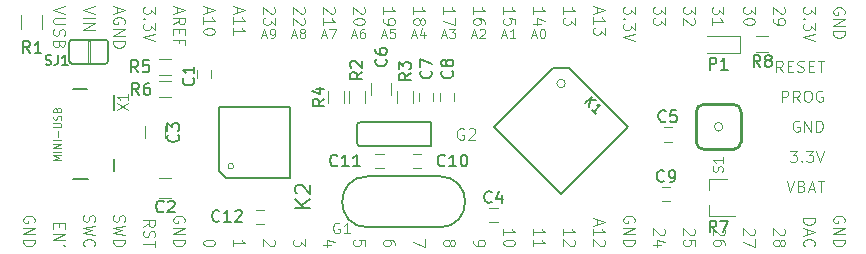
<source format=gbr>
G04 #@! TF.FileFunction,Legend,Top*
%FSLAX46Y46*%
G04 Gerber Fmt 4.6, Leading zero omitted, Abs format (unit mm)*
G04 Created by KiCad (PCBNEW 4.0.1-stable) date 2017-03-15 4:54:50 PM*
%MOMM*%
G01*
G04 APERTURE LIST*
%ADD10C,0.100000*%
%ADD11C,0.121920*%
%ADD12C,0.081280*%
%ADD13C,0.203200*%
%ADD14C,0.152400*%
%ADD15C,0.198120*%
%ADD16C,0.114300*%
%ADD17C,0.076200*%
%ADD18C,0.228600*%
%ADD19C,0.066040*%
%ADD20C,0.120000*%
%ADD21C,0.101600*%
%ADD22C,0.127000*%
%ADD23C,0.150000*%
%ADD24C,0.050800*%
G04 APERTURE END LIST*
D10*
D11*
X117279662Y-94808524D02*
X116314462Y-95130257D01*
X117279662Y-95451990D01*
X117279662Y-95773724D02*
X116498310Y-95773724D01*
X116406386Y-95819685D01*
X116360424Y-95865647D01*
X116314462Y-95957571D01*
X116314462Y-96141419D01*
X116360424Y-96233343D01*
X116406386Y-96279304D01*
X116498310Y-96325266D01*
X117279662Y-96325266D01*
X116360424Y-96738924D02*
X116314462Y-96876809D01*
X116314462Y-97106619D01*
X116360424Y-97198543D01*
X116406386Y-97244505D01*
X116498310Y-97290466D01*
X116590233Y-97290466D01*
X116682157Y-97244505D01*
X116728119Y-97198543D01*
X116774081Y-97106619D01*
X116820043Y-96922771D01*
X116866005Y-96830847D01*
X116911967Y-96784886D01*
X117003890Y-96738924D01*
X117095814Y-96738924D01*
X117187738Y-96784886D01*
X117233700Y-96830847D01*
X117279662Y-96922771D01*
X117279662Y-97152581D01*
X117233700Y-97290466D01*
X116820043Y-98025857D02*
X116774081Y-98163743D01*
X116728119Y-98209704D01*
X116636195Y-98255666D01*
X116498310Y-98255666D01*
X116406386Y-98209704D01*
X116360424Y-98163743D01*
X116314462Y-98071819D01*
X116314462Y-97704124D01*
X117279662Y-97704124D01*
X117279662Y-98025857D01*
X117233700Y-98117781D01*
X117187738Y-98163743D01*
X117095814Y-98209704D01*
X117003890Y-98209704D01*
X116911967Y-98163743D01*
X116866005Y-98117781D01*
X116820043Y-98025857D01*
X116820043Y-97704124D01*
X119819662Y-94808524D02*
X118854462Y-95130257D01*
X119819662Y-95451990D01*
X118854462Y-95773724D02*
X119819662Y-95773724D01*
X118854462Y-96233343D02*
X119819662Y-96233343D01*
X118854462Y-96784885D01*
X119819662Y-96784885D01*
X121670233Y-94900448D02*
X121670233Y-95360067D01*
X121394462Y-94808524D02*
X122359662Y-95130257D01*
X121394462Y-95451990D01*
X122313700Y-96279304D02*
X122359662Y-96187381D01*
X122359662Y-96049495D01*
X122313700Y-95911609D01*
X122221776Y-95819685D01*
X122129852Y-95773724D01*
X121946005Y-95727762D01*
X121808119Y-95727762D01*
X121624271Y-95773724D01*
X121532348Y-95819685D01*
X121440424Y-95911609D01*
X121394462Y-96049495D01*
X121394462Y-96141419D01*
X121440424Y-96279304D01*
X121486386Y-96325266D01*
X121808119Y-96325266D01*
X121808119Y-96141419D01*
X121394462Y-96738924D02*
X122359662Y-96738924D01*
X121394462Y-97290466D01*
X122359662Y-97290466D01*
X121394462Y-97750086D02*
X122359662Y-97750086D01*
X122359662Y-97979895D01*
X122313700Y-98117781D01*
X122221776Y-98209705D01*
X122129852Y-98255666D01*
X121946005Y-98301628D01*
X121808119Y-98301628D01*
X121624271Y-98255666D01*
X121532348Y-98209705D01*
X121440424Y-98117781D01*
X121394462Y-97979895D01*
X121394462Y-97750086D01*
X124899662Y-94854486D02*
X124899662Y-95451990D01*
X124531967Y-95130257D01*
X124531967Y-95268143D01*
X124486005Y-95360067D01*
X124440043Y-95406029D01*
X124348119Y-95451990D01*
X124118310Y-95451990D01*
X124026386Y-95406029D01*
X123980424Y-95360067D01*
X123934462Y-95268143D01*
X123934462Y-94992371D01*
X123980424Y-94900448D01*
X124026386Y-94854486D01*
X124026386Y-95865648D02*
X123980424Y-95911609D01*
X123934462Y-95865648D01*
X123980424Y-95819686D01*
X124026386Y-95865648D01*
X123934462Y-95865648D01*
X124899662Y-96233343D02*
X124899662Y-96830847D01*
X124531967Y-96509114D01*
X124531967Y-96647000D01*
X124486005Y-96738924D01*
X124440043Y-96784886D01*
X124348119Y-96830847D01*
X124118310Y-96830847D01*
X124026386Y-96784886D01*
X123980424Y-96738924D01*
X123934462Y-96647000D01*
X123934462Y-96371228D01*
X123980424Y-96279305D01*
X124026386Y-96233343D01*
X124899662Y-97106619D02*
X123934462Y-97428352D01*
X124899662Y-97750085D01*
X126750233Y-94900448D02*
X126750233Y-95360067D01*
X126474462Y-94808524D02*
X127439662Y-95130257D01*
X126474462Y-95451990D01*
X126474462Y-96325266D02*
X126934081Y-96003533D01*
X126474462Y-95773724D02*
X127439662Y-95773724D01*
X127439662Y-96141419D01*
X127393700Y-96233343D01*
X127347738Y-96279304D01*
X127255814Y-96325266D01*
X127117929Y-96325266D01*
X127026005Y-96279304D01*
X126980043Y-96233343D01*
X126934081Y-96141419D01*
X126934081Y-95773724D01*
X126980043Y-96738924D02*
X126980043Y-97060657D01*
X126474462Y-97198543D02*
X126474462Y-96738924D01*
X127439662Y-96738924D01*
X127439662Y-97198543D01*
X126980043Y-97933933D02*
X126980043Y-97612200D01*
X126474462Y-97612200D02*
X127439662Y-97612200D01*
X127439662Y-98071819D01*
X129290233Y-94900448D02*
X129290233Y-95360067D01*
X129014462Y-94808524D02*
X129979662Y-95130257D01*
X129014462Y-95451990D01*
X129014462Y-96279304D02*
X129014462Y-95727762D01*
X129014462Y-96003533D02*
X129979662Y-96003533D01*
X129841776Y-95911609D01*
X129749852Y-95819685D01*
X129703890Y-95727762D01*
X129979662Y-96876809D02*
X129979662Y-96968733D01*
X129933700Y-97060657D01*
X129887738Y-97106619D01*
X129795814Y-97152581D01*
X129611967Y-97198542D01*
X129382157Y-97198542D01*
X129198310Y-97152581D01*
X129106386Y-97106619D01*
X129060424Y-97060657D01*
X129014462Y-96968733D01*
X129014462Y-96876809D01*
X129060424Y-96784885D01*
X129106386Y-96738923D01*
X129198310Y-96692962D01*
X129382157Y-96647000D01*
X129611967Y-96647000D01*
X129795814Y-96692962D01*
X129887738Y-96738923D01*
X129933700Y-96784885D01*
X129979662Y-96876809D01*
X131830233Y-94900448D02*
X131830233Y-95360067D01*
X131554462Y-94808524D02*
X132519662Y-95130257D01*
X131554462Y-95451990D01*
X131554462Y-96279304D02*
X131554462Y-95727762D01*
X131554462Y-96003533D02*
X132519662Y-96003533D01*
X132381776Y-95911609D01*
X132289852Y-95819685D01*
X132243890Y-95727762D01*
X131554462Y-97198542D02*
X131554462Y-96647000D01*
X131554462Y-96922771D02*
X132519662Y-96922771D01*
X132381776Y-96830847D01*
X132289852Y-96738923D01*
X132243890Y-96647000D01*
X134967738Y-94900448D02*
X135013700Y-94946410D01*
X135059662Y-95038333D01*
X135059662Y-95268143D01*
X135013700Y-95360067D01*
X134967738Y-95406029D01*
X134875814Y-95451990D01*
X134783890Y-95451990D01*
X134646005Y-95406029D01*
X134094462Y-94854486D01*
X134094462Y-95451990D01*
X135059662Y-95773724D02*
X135059662Y-96371228D01*
X134691967Y-96049495D01*
X134691967Y-96187381D01*
X134646005Y-96279305D01*
X134600043Y-96325267D01*
X134508119Y-96371228D01*
X134278310Y-96371228D01*
X134186386Y-96325267D01*
X134140424Y-96279305D01*
X134094462Y-96187381D01*
X134094462Y-95911609D01*
X134140424Y-95819686D01*
X134186386Y-95773724D01*
X137507738Y-94900448D02*
X137553700Y-94946410D01*
X137599662Y-95038333D01*
X137599662Y-95268143D01*
X137553700Y-95360067D01*
X137507738Y-95406029D01*
X137415814Y-95451990D01*
X137323890Y-95451990D01*
X137186005Y-95406029D01*
X136634462Y-94854486D01*
X136634462Y-95451990D01*
X137507738Y-95819686D02*
X137553700Y-95865648D01*
X137599662Y-95957571D01*
X137599662Y-96187381D01*
X137553700Y-96279305D01*
X137507738Y-96325267D01*
X137415814Y-96371228D01*
X137323890Y-96371228D01*
X137186005Y-96325267D01*
X136634462Y-95773724D01*
X136634462Y-96371228D01*
X140047738Y-94900448D02*
X140093700Y-94946410D01*
X140139662Y-95038333D01*
X140139662Y-95268143D01*
X140093700Y-95360067D01*
X140047738Y-95406029D01*
X139955814Y-95451990D01*
X139863890Y-95451990D01*
X139726005Y-95406029D01*
X139174462Y-94854486D01*
X139174462Y-95451990D01*
X139174462Y-96371228D02*
X139174462Y-95819686D01*
X139174462Y-96095457D02*
X140139662Y-96095457D01*
X140001776Y-96003533D01*
X139909852Y-95911609D01*
X139863890Y-95819686D01*
X142587738Y-94900448D02*
X142633700Y-94946410D01*
X142679662Y-95038333D01*
X142679662Y-95268143D01*
X142633700Y-95360067D01*
X142587738Y-95406029D01*
X142495814Y-95451990D01*
X142403890Y-95451990D01*
X142266005Y-95406029D01*
X141714462Y-94854486D01*
X141714462Y-95451990D01*
X142679662Y-96049495D02*
X142679662Y-96141419D01*
X142633700Y-96233343D01*
X142587738Y-96279305D01*
X142495814Y-96325267D01*
X142311967Y-96371228D01*
X142082157Y-96371228D01*
X141898310Y-96325267D01*
X141806386Y-96279305D01*
X141760424Y-96233343D01*
X141714462Y-96141419D01*
X141714462Y-96049495D01*
X141760424Y-95957571D01*
X141806386Y-95911609D01*
X141898310Y-95865648D01*
X142082157Y-95819686D01*
X142311967Y-95819686D01*
X142495814Y-95865648D01*
X142587738Y-95911609D01*
X142633700Y-95957571D01*
X142679662Y-96049495D01*
X144254462Y-95451990D02*
X144254462Y-94900448D01*
X144254462Y-95176219D02*
X145219662Y-95176219D01*
X145081776Y-95084295D01*
X144989852Y-94992371D01*
X144943890Y-94900448D01*
X144254462Y-95911609D02*
X144254462Y-96095457D01*
X144300424Y-96187381D01*
X144346386Y-96233343D01*
X144484271Y-96325267D01*
X144668119Y-96371228D01*
X145035814Y-96371228D01*
X145127738Y-96325267D01*
X145173700Y-96279305D01*
X145219662Y-96187381D01*
X145219662Y-96003533D01*
X145173700Y-95911609D01*
X145127738Y-95865648D01*
X145035814Y-95819686D01*
X144806005Y-95819686D01*
X144714081Y-95865648D01*
X144668119Y-95911609D01*
X144622157Y-96003533D01*
X144622157Y-96187381D01*
X144668119Y-96279305D01*
X144714081Y-96325267D01*
X144806005Y-96371228D01*
X146794462Y-95451990D02*
X146794462Y-94900448D01*
X146794462Y-95176219D02*
X147759662Y-95176219D01*
X147621776Y-95084295D01*
X147529852Y-94992371D01*
X147483890Y-94900448D01*
X147346005Y-96003533D02*
X147391967Y-95911609D01*
X147437929Y-95865648D01*
X147529852Y-95819686D01*
X147575814Y-95819686D01*
X147667738Y-95865648D01*
X147713700Y-95911609D01*
X147759662Y-96003533D01*
X147759662Y-96187381D01*
X147713700Y-96279305D01*
X147667738Y-96325267D01*
X147575814Y-96371228D01*
X147529852Y-96371228D01*
X147437929Y-96325267D01*
X147391967Y-96279305D01*
X147346005Y-96187381D01*
X147346005Y-96003533D01*
X147300043Y-95911609D01*
X147254081Y-95865648D01*
X147162157Y-95819686D01*
X146978310Y-95819686D01*
X146886386Y-95865648D01*
X146840424Y-95911609D01*
X146794462Y-96003533D01*
X146794462Y-96187381D01*
X146840424Y-96279305D01*
X146886386Y-96325267D01*
X146978310Y-96371228D01*
X147162157Y-96371228D01*
X147254081Y-96325267D01*
X147300043Y-96279305D01*
X147346005Y-96187381D01*
X149334462Y-95451990D02*
X149334462Y-94900448D01*
X149334462Y-95176219D02*
X150299662Y-95176219D01*
X150161776Y-95084295D01*
X150069852Y-94992371D01*
X150023890Y-94900448D01*
X150299662Y-95773724D02*
X150299662Y-96417190D01*
X149334462Y-96003533D01*
X151874462Y-95451990D02*
X151874462Y-94900448D01*
X151874462Y-95176219D02*
X152839662Y-95176219D01*
X152701776Y-95084295D01*
X152609852Y-94992371D01*
X152563890Y-94900448D01*
X152839662Y-96279305D02*
X152839662Y-96095457D01*
X152793700Y-96003533D01*
X152747738Y-95957571D01*
X152609852Y-95865648D01*
X152426005Y-95819686D01*
X152058310Y-95819686D01*
X151966386Y-95865648D01*
X151920424Y-95911609D01*
X151874462Y-96003533D01*
X151874462Y-96187381D01*
X151920424Y-96279305D01*
X151966386Y-96325267D01*
X152058310Y-96371228D01*
X152288119Y-96371228D01*
X152380043Y-96325267D01*
X152426005Y-96279305D01*
X152471967Y-96187381D01*
X152471967Y-96003533D01*
X152426005Y-95911609D01*
X152380043Y-95865648D01*
X152288119Y-95819686D01*
X154414462Y-95451990D02*
X154414462Y-94900448D01*
X154414462Y-95176219D02*
X155379662Y-95176219D01*
X155241776Y-95084295D01*
X155149852Y-94992371D01*
X155103890Y-94900448D01*
X155379662Y-96325267D02*
X155379662Y-95865648D01*
X154920043Y-95819686D01*
X154966005Y-95865648D01*
X155011967Y-95957571D01*
X155011967Y-96187381D01*
X154966005Y-96279305D01*
X154920043Y-96325267D01*
X154828119Y-96371228D01*
X154598310Y-96371228D01*
X154506386Y-96325267D01*
X154460424Y-96279305D01*
X154414462Y-96187381D01*
X154414462Y-95957571D01*
X154460424Y-95865648D01*
X154506386Y-95819686D01*
X156954462Y-95451990D02*
X156954462Y-94900448D01*
X156954462Y-95176219D02*
X157919662Y-95176219D01*
X157781776Y-95084295D01*
X157689852Y-94992371D01*
X157643890Y-94900448D01*
X157597929Y-96279305D02*
X156954462Y-96279305D01*
X157965624Y-96049495D02*
X157276195Y-95819686D01*
X157276195Y-96417190D01*
X159494462Y-95451990D02*
X159494462Y-94900448D01*
X159494462Y-95176219D02*
X160459662Y-95176219D01*
X160321776Y-95084295D01*
X160229852Y-94992371D01*
X160183890Y-94900448D01*
X160459662Y-95773724D02*
X160459662Y-96371228D01*
X160091967Y-96049495D01*
X160091967Y-96187381D01*
X160046005Y-96279305D01*
X160000043Y-96325267D01*
X159908119Y-96371228D01*
X159678310Y-96371228D01*
X159586386Y-96325267D01*
X159540424Y-96279305D01*
X159494462Y-96187381D01*
X159494462Y-95911609D01*
X159540424Y-95819686D01*
X159586386Y-95773724D01*
X162310233Y-94900448D02*
X162310233Y-95360067D01*
X162034462Y-94808524D02*
X162999662Y-95130257D01*
X162034462Y-95451990D01*
X162034462Y-96279304D02*
X162034462Y-95727762D01*
X162034462Y-96003533D02*
X162999662Y-96003533D01*
X162861776Y-95911609D01*
X162769852Y-95819685D01*
X162723890Y-95727762D01*
X162999662Y-96601038D02*
X162999662Y-97198542D01*
X162631967Y-96876809D01*
X162631967Y-97014695D01*
X162586005Y-97106619D01*
X162540043Y-97152581D01*
X162448119Y-97198542D01*
X162218310Y-97198542D01*
X162126386Y-97152581D01*
X162080424Y-97106619D01*
X162034462Y-97014695D01*
X162034462Y-96738923D01*
X162080424Y-96647000D01*
X162126386Y-96601038D01*
X165539662Y-94854486D02*
X165539662Y-95451990D01*
X165171967Y-95130257D01*
X165171967Y-95268143D01*
X165126005Y-95360067D01*
X165080043Y-95406029D01*
X164988119Y-95451990D01*
X164758310Y-95451990D01*
X164666386Y-95406029D01*
X164620424Y-95360067D01*
X164574462Y-95268143D01*
X164574462Y-94992371D01*
X164620424Y-94900448D01*
X164666386Y-94854486D01*
X164666386Y-95865648D02*
X164620424Y-95911609D01*
X164574462Y-95865648D01*
X164620424Y-95819686D01*
X164666386Y-95865648D01*
X164574462Y-95865648D01*
X165539662Y-96233343D02*
X165539662Y-96830847D01*
X165171967Y-96509114D01*
X165171967Y-96647000D01*
X165126005Y-96738924D01*
X165080043Y-96784886D01*
X164988119Y-96830847D01*
X164758310Y-96830847D01*
X164666386Y-96784886D01*
X164620424Y-96738924D01*
X164574462Y-96647000D01*
X164574462Y-96371228D01*
X164620424Y-96279305D01*
X164666386Y-96233343D01*
X165539662Y-97106619D02*
X164574462Y-97428352D01*
X165539662Y-97750085D01*
X168079662Y-94854486D02*
X168079662Y-95451990D01*
X167711967Y-95130257D01*
X167711967Y-95268143D01*
X167666005Y-95360067D01*
X167620043Y-95406029D01*
X167528119Y-95451990D01*
X167298310Y-95451990D01*
X167206386Y-95406029D01*
X167160424Y-95360067D01*
X167114462Y-95268143D01*
X167114462Y-94992371D01*
X167160424Y-94900448D01*
X167206386Y-94854486D01*
X168079662Y-95773724D02*
X168079662Y-96371228D01*
X167711967Y-96049495D01*
X167711967Y-96187381D01*
X167666005Y-96279305D01*
X167620043Y-96325267D01*
X167528119Y-96371228D01*
X167298310Y-96371228D01*
X167206386Y-96325267D01*
X167160424Y-96279305D01*
X167114462Y-96187381D01*
X167114462Y-95911609D01*
X167160424Y-95819686D01*
X167206386Y-95773724D01*
X170619662Y-94854486D02*
X170619662Y-95451990D01*
X170251967Y-95130257D01*
X170251967Y-95268143D01*
X170206005Y-95360067D01*
X170160043Y-95406029D01*
X170068119Y-95451990D01*
X169838310Y-95451990D01*
X169746386Y-95406029D01*
X169700424Y-95360067D01*
X169654462Y-95268143D01*
X169654462Y-94992371D01*
X169700424Y-94900448D01*
X169746386Y-94854486D01*
X170527738Y-95819686D02*
X170573700Y-95865648D01*
X170619662Y-95957571D01*
X170619662Y-96187381D01*
X170573700Y-96279305D01*
X170527738Y-96325267D01*
X170435814Y-96371228D01*
X170343890Y-96371228D01*
X170206005Y-96325267D01*
X169654462Y-95773724D01*
X169654462Y-96371228D01*
X173032662Y-94854486D02*
X173032662Y-95451990D01*
X172664967Y-95130257D01*
X172664967Y-95268143D01*
X172619005Y-95360067D01*
X172573043Y-95406029D01*
X172481119Y-95451990D01*
X172251310Y-95451990D01*
X172159386Y-95406029D01*
X172113424Y-95360067D01*
X172067462Y-95268143D01*
X172067462Y-94992371D01*
X172113424Y-94900448D01*
X172159386Y-94854486D01*
X172067462Y-96371228D02*
X172067462Y-95819686D01*
X172067462Y-96095457D02*
X173032662Y-96095457D01*
X172894776Y-96003533D01*
X172802852Y-95911609D01*
X172756890Y-95819686D01*
X175699662Y-94854486D02*
X175699662Y-95451990D01*
X175331967Y-95130257D01*
X175331967Y-95268143D01*
X175286005Y-95360067D01*
X175240043Y-95406029D01*
X175148119Y-95451990D01*
X174918310Y-95451990D01*
X174826386Y-95406029D01*
X174780424Y-95360067D01*
X174734462Y-95268143D01*
X174734462Y-94992371D01*
X174780424Y-94900448D01*
X174826386Y-94854486D01*
X175699662Y-96049495D02*
X175699662Y-96141419D01*
X175653700Y-96233343D01*
X175607738Y-96279305D01*
X175515814Y-96325267D01*
X175331967Y-96371228D01*
X175102157Y-96371228D01*
X174918310Y-96325267D01*
X174826386Y-96279305D01*
X174780424Y-96233343D01*
X174734462Y-96141419D01*
X174734462Y-96049495D01*
X174780424Y-95957571D01*
X174826386Y-95911609D01*
X174918310Y-95865648D01*
X175102157Y-95819686D01*
X175331967Y-95819686D01*
X175515814Y-95865648D01*
X175607738Y-95911609D01*
X175653700Y-95957571D01*
X175699662Y-96049495D01*
X178147738Y-94900448D02*
X178193700Y-94946410D01*
X178239662Y-95038333D01*
X178239662Y-95268143D01*
X178193700Y-95360067D01*
X178147738Y-95406029D01*
X178055814Y-95451990D01*
X177963890Y-95451990D01*
X177826005Y-95406029D01*
X177274462Y-94854486D01*
X177274462Y-95451990D01*
X177274462Y-95911609D02*
X177274462Y-96095457D01*
X177320424Y-96187381D01*
X177366386Y-96233343D01*
X177504271Y-96325267D01*
X177688119Y-96371228D01*
X178055814Y-96371228D01*
X178147738Y-96325267D01*
X178193700Y-96279305D01*
X178239662Y-96187381D01*
X178239662Y-96003533D01*
X178193700Y-95911609D01*
X178147738Y-95865648D01*
X178055814Y-95819686D01*
X177826005Y-95819686D01*
X177734081Y-95865648D01*
X177688119Y-95911609D01*
X177642157Y-96003533D01*
X177642157Y-96187381D01*
X177688119Y-96279305D01*
X177734081Y-96325267D01*
X177826005Y-96371228D01*
X180779662Y-94854486D02*
X180779662Y-95451990D01*
X180411967Y-95130257D01*
X180411967Y-95268143D01*
X180366005Y-95360067D01*
X180320043Y-95406029D01*
X180228119Y-95451990D01*
X179998310Y-95451990D01*
X179906386Y-95406029D01*
X179860424Y-95360067D01*
X179814462Y-95268143D01*
X179814462Y-94992371D01*
X179860424Y-94900448D01*
X179906386Y-94854486D01*
X179906386Y-95865648D02*
X179860424Y-95911609D01*
X179814462Y-95865648D01*
X179860424Y-95819686D01*
X179906386Y-95865648D01*
X179814462Y-95865648D01*
X180779662Y-96233343D02*
X180779662Y-96830847D01*
X180411967Y-96509114D01*
X180411967Y-96647000D01*
X180366005Y-96738924D01*
X180320043Y-96784886D01*
X180228119Y-96830847D01*
X179998310Y-96830847D01*
X179906386Y-96784886D01*
X179860424Y-96738924D01*
X179814462Y-96647000D01*
X179814462Y-96371228D01*
X179860424Y-96279305D01*
X179906386Y-96233343D01*
X180779662Y-97106619D02*
X179814462Y-97428352D01*
X180779662Y-97750085D01*
X183273700Y-95451990D02*
X183319662Y-95360067D01*
X183319662Y-95222181D01*
X183273700Y-95084295D01*
X183181776Y-94992371D01*
X183089852Y-94946410D01*
X182906005Y-94900448D01*
X182768119Y-94900448D01*
X182584271Y-94946410D01*
X182492348Y-94992371D01*
X182400424Y-95084295D01*
X182354462Y-95222181D01*
X182354462Y-95314105D01*
X182400424Y-95451990D01*
X182446386Y-95497952D01*
X182768119Y-95497952D01*
X182768119Y-95314105D01*
X182354462Y-95911610D02*
X183319662Y-95911610D01*
X182354462Y-96463152D01*
X183319662Y-96463152D01*
X182354462Y-96922772D02*
X183319662Y-96922772D01*
X183319662Y-97152581D01*
X183273700Y-97290467D01*
X183181776Y-97382391D01*
X183089852Y-97428352D01*
X182906005Y-97474314D01*
X182768119Y-97474314D01*
X182584271Y-97428352D01*
X182492348Y-97382391D01*
X182400424Y-97290467D01*
X182354462Y-97152581D01*
X182354462Y-96922772D01*
X183273700Y-113084428D02*
X183319662Y-112992505D01*
X183319662Y-112854619D01*
X183273700Y-112716733D01*
X183181776Y-112624809D01*
X183089852Y-112578848D01*
X182906005Y-112532886D01*
X182768119Y-112532886D01*
X182584271Y-112578848D01*
X182492348Y-112624809D01*
X182400424Y-112716733D01*
X182354462Y-112854619D01*
X182354462Y-112946543D01*
X182400424Y-113084428D01*
X182446386Y-113130390D01*
X182768119Y-113130390D01*
X182768119Y-112946543D01*
X182354462Y-113544048D02*
X183319662Y-113544048D01*
X182354462Y-114095590D01*
X183319662Y-114095590D01*
X182354462Y-114555210D02*
X183319662Y-114555210D01*
X183319662Y-114785019D01*
X183273700Y-114922905D01*
X183181776Y-115014829D01*
X183089852Y-115060790D01*
X182906005Y-115106752D01*
X182768119Y-115106752D01*
X182584271Y-115060790D01*
X182492348Y-115014829D01*
X182400424Y-114922905D01*
X182354462Y-114785019D01*
X182354462Y-114555210D01*
X179814462Y-112762696D02*
X180779662Y-112762696D01*
X180779662Y-112992505D01*
X180733700Y-113130391D01*
X180641776Y-113222315D01*
X180549852Y-113268276D01*
X180366005Y-113314238D01*
X180228119Y-113314238D01*
X180044271Y-113268276D01*
X179952348Y-113222315D01*
X179860424Y-113130391D01*
X179814462Y-112992505D01*
X179814462Y-112762696D01*
X180090233Y-113681934D02*
X180090233Y-114141553D01*
X179814462Y-113590010D02*
X180779662Y-113911743D01*
X179814462Y-114233476D01*
X179906386Y-115106752D02*
X179860424Y-115060790D01*
X179814462Y-114922905D01*
X179814462Y-114830981D01*
X179860424Y-114693095D01*
X179952348Y-114601171D01*
X180044271Y-114555210D01*
X180228119Y-114509248D01*
X180366005Y-114509248D01*
X180549852Y-114555210D01*
X180641776Y-114601171D01*
X180733700Y-114693095D01*
X180779662Y-114830981D01*
X180779662Y-114922905D01*
X180733700Y-115060790D01*
X180687738Y-115106752D01*
X178147738Y-113635972D02*
X178193700Y-113681934D01*
X178239662Y-113773857D01*
X178239662Y-114003667D01*
X178193700Y-114095591D01*
X178147738Y-114141553D01*
X178055814Y-114187514D01*
X177963890Y-114187514D01*
X177826005Y-114141553D01*
X177274462Y-113590010D01*
X177274462Y-114187514D01*
X177826005Y-114739057D02*
X177871967Y-114647133D01*
X177917929Y-114601172D01*
X178009852Y-114555210D01*
X178055814Y-114555210D01*
X178147738Y-114601172D01*
X178193700Y-114647133D01*
X178239662Y-114739057D01*
X178239662Y-114922905D01*
X178193700Y-115014829D01*
X178147738Y-115060791D01*
X178055814Y-115106752D01*
X178009852Y-115106752D01*
X177917929Y-115060791D01*
X177871967Y-115014829D01*
X177826005Y-114922905D01*
X177826005Y-114739057D01*
X177780043Y-114647133D01*
X177734081Y-114601172D01*
X177642157Y-114555210D01*
X177458310Y-114555210D01*
X177366386Y-114601172D01*
X177320424Y-114647133D01*
X177274462Y-114739057D01*
X177274462Y-114922905D01*
X177320424Y-115014829D01*
X177366386Y-115060791D01*
X177458310Y-115106752D01*
X177642157Y-115106752D01*
X177734081Y-115060791D01*
X177780043Y-115014829D01*
X177826005Y-114922905D01*
X175607738Y-113635972D02*
X175653700Y-113681934D01*
X175699662Y-113773857D01*
X175699662Y-114003667D01*
X175653700Y-114095591D01*
X175607738Y-114141553D01*
X175515814Y-114187514D01*
X175423890Y-114187514D01*
X175286005Y-114141553D01*
X174734462Y-113590010D01*
X174734462Y-114187514D01*
X175699662Y-114509248D02*
X175699662Y-115152714D01*
X174734462Y-114739057D01*
X173067738Y-113635972D02*
X173113700Y-113681934D01*
X173159662Y-113773857D01*
X173159662Y-114003667D01*
X173113700Y-114095591D01*
X173067738Y-114141553D01*
X172975814Y-114187514D01*
X172883890Y-114187514D01*
X172746005Y-114141553D01*
X172194462Y-113590010D01*
X172194462Y-114187514D01*
X173159662Y-115014829D02*
X173159662Y-114830981D01*
X173113700Y-114739057D01*
X173067738Y-114693095D01*
X172929852Y-114601172D01*
X172746005Y-114555210D01*
X172378310Y-114555210D01*
X172286386Y-114601172D01*
X172240424Y-114647133D01*
X172194462Y-114739057D01*
X172194462Y-114922905D01*
X172240424Y-115014829D01*
X172286386Y-115060791D01*
X172378310Y-115106752D01*
X172608119Y-115106752D01*
X172700043Y-115060791D01*
X172746005Y-115014829D01*
X172791967Y-114922905D01*
X172791967Y-114739057D01*
X172746005Y-114647133D01*
X172700043Y-114601172D01*
X172608119Y-114555210D01*
X170527738Y-113635972D02*
X170573700Y-113681934D01*
X170619662Y-113773857D01*
X170619662Y-114003667D01*
X170573700Y-114095591D01*
X170527738Y-114141553D01*
X170435814Y-114187514D01*
X170343890Y-114187514D01*
X170206005Y-114141553D01*
X169654462Y-113590010D01*
X169654462Y-114187514D01*
X170619662Y-115060791D02*
X170619662Y-114601172D01*
X170160043Y-114555210D01*
X170206005Y-114601172D01*
X170251967Y-114693095D01*
X170251967Y-114922905D01*
X170206005Y-115014829D01*
X170160043Y-115060791D01*
X170068119Y-115106752D01*
X169838310Y-115106752D01*
X169746386Y-115060791D01*
X169700424Y-115014829D01*
X169654462Y-114922905D01*
X169654462Y-114693095D01*
X169700424Y-114601172D01*
X169746386Y-114555210D01*
X167987738Y-113635972D02*
X168033700Y-113681934D01*
X168079662Y-113773857D01*
X168079662Y-114003667D01*
X168033700Y-114095591D01*
X167987738Y-114141553D01*
X167895814Y-114187514D01*
X167803890Y-114187514D01*
X167666005Y-114141553D01*
X167114462Y-113590010D01*
X167114462Y-114187514D01*
X167757929Y-115014829D02*
X167114462Y-115014829D01*
X168125624Y-114785019D02*
X167436195Y-114555210D01*
X167436195Y-115152714D01*
X165493700Y-113084428D02*
X165539662Y-112992505D01*
X165539662Y-112854619D01*
X165493700Y-112716733D01*
X165401776Y-112624809D01*
X165309852Y-112578848D01*
X165126005Y-112532886D01*
X164988119Y-112532886D01*
X164804271Y-112578848D01*
X164712348Y-112624809D01*
X164620424Y-112716733D01*
X164574462Y-112854619D01*
X164574462Y-112946543D01*
X164620424Y-113084428D01*
X164666386Y-113130390D01*
X164988119Y-113130390D01*
X164988119Y-112946543D01*
X164574462Y-113544048D02*
X165539662Y-113544048D01*
X164574462Y-114095590D01*
X165539662Y-114095590D01*
X164574462Y-114555210D02*
X165539662Y-114555210D01*
X165539662Y-114785019D01*
X165493700Y-114922905D01*
X165401776Y-115014829D01*
X165309852Y-115060790D01*
X165126005Y-115106752D01*
X164988119Y-115106752D01*
X164804271Y-115060790D01*
X164712348Y-115014829D01*
X164620424Y-114922905D01*
X164574462Y-114785019D01*
X164574462Y-114555210D01*
X162310233Y-112808658D02*
X162310233Y-113268277D01*
X162034462Y-112716734D02*
X162999662Y-113038467D01*
X162034462Y-113360200D01*
X162034462Y-114187514D02*
X162034462Y-113635972D01*
X162034462Y-113911743D02*
X162999662Y-113911743D01*
X162861776Y-113819819D01*
X162769852Y-113727895D01*
X162723890Y-113635972D01*
X162907738Y-114555210D02*
X162953700Y-114601172D01*
X162999662Y-114693095D01*
X162999662Y-114922905D01*
X162953700Y-115014829D01*
X162907738Y-115060791D01*
X162815814Y-115106752D01*
X162723890Y-115106752D01*
X162586005Y-115060791D01*
X162034462Y-114509248D01*
X162034462Y-115106752D01*
X159494462Y-114187514D02*
X159494462Y-113635972D01*
X159494462Y-113911743D02*
X160459662Y-113911743D01*
X160321776Y-113819819D01*
X160229852Y-113727895D01*
X160183890Y-113635972D01*
X160367738Y-114555210D02*
X160413700Y-114601172D01*
X160459662Y-114693095D01*
X160459662Y-114922905D01*
X160413700Y-115014829D01*
X160367738Y-115060791D01*
X160275814Y-115106752D01*
X160183890Y-115106752D01*
X160046005Y-115060791D01*
X159494462Y-114509248D01*
X159494462Y-115106752D01*
X156954462Y-114187514D02*
X156954462Y-113635972D01*
X156954462Y-113911743D02*
X157919662Y-113911743D01*
X157781776Y-113819819D01*
X157689852Y-113727895D01*
X157643890Y-113635972D01*
X156954462Y-115106752D02*
X156954462Y-114555210D01*
X156954462Y-114830981D02*
X157919662Y-114830981D01*
X157781776Y-114739057D01*
X157689852Y-114647133D01*
X157643890Y-114555210D01*
X154414462Y-114187514D02*
X154414462Y-113635972D01*
X154414462Y-113911743D02*
X155379662Y-113911743D01*
X155241776Y-113819819D01*
X155149852Y-113727895D01*
X155103890Y-113635972D01*
X155379662Y-114785019D02*
X155379662Y-114876943D01*
X155333700Y-114968867D01*
X155287738Y-115014829D01*
X155195814Y-115060791D01*
X155011967Y-115106752D01*
X154782157Y-115106752D01*
X154598310Y-115060791D01*
X154506386Y-115014829D01*
X154460424Y-114968867D01*
X154414462Y-114876943D01*
X154414462Y-114785019D01*
X154460424Y-114693095D01*
X154506386Y-114647133D01*
X154598310Y-114601172D01*
X154782157Y-114555210D01*
X155011967Y-114555210D01*
X155195814Y-114601172D01*
X155287738Y-114647133D01*
X155333700Y-114693095D01*
X155379662Y-114785019D01*
X151874462Y-114647133D02*
X151874462Y-114830981D01*
X151920424Y-114922905D01*
X151966386Y-114968867D01*
X152104271Y-115060791D01*
X152288119Y-115106752D01*
X152655814Y-115106752D01*
X152747738Y-115060791D01*
X152793700Y-115014829D01*
X152839662Y-114922905D01*
X152839662Y-114739057D01*
X152793700Y-114647133D01*
X152747738Y-114601172D01*
X152655814Y-114555210D01*
X152426005Y-114555210D01*
X152334081Y-114601172D01*
X152288119Y-114647133D01*
X152242157Y-114739057D01*
X152242157Y-114922905D01*
X152288119Y-115014829D01*
X152334081Y-115060791D01*
X152426005Y-115106752D01*
X149886005Y-114739057D02*
X149931967Y-114647133D01*
X149977929Y-114601172D01*
X150069852Y-114555210D01*
X150115814Y-114555210D01*
X150207738Y-114601172D01*
X150253700Y-114647133D01*
X150299662Y-114739057D01*
X150299662Y-114922905D01*
X150253700Y-115014829D01*
X150207738Y-115060791D01*
X150115814Y-115106752D01*
X150069852Y-115106752D01*
X149977929Y-115060791D01*
X149931967Y-115014829D01*
X149886005Y-114922905D01*
X149886005Y-114739057D01*
X149840043Y-114647133D01*
X149794081Y-114601172D01*
X149702157Y-114555210D01*
X149518310Y-114555210D01*
X149426386Y-114601172D01*
X149380424Y-114647133D01*
X149334462Y-114739057D01*
X149334462Y-114922905D01*
X149380424Y-115014829D01*
X149426386Y-115060791D01*
X149518310Y-115106752D01*
X149702157Y-115106752D01*
X149794081Y-115060791D01*
X149840043Y-115014829D01*
X149886005Y-114922905D01*
X147759662Y-114509248D02*
X147759662Y-115152714D01*
X146794462Y-114739057D01*
X145219662Y-115014829D02*
X145219662Y-114830981D01*
X145173700Y-114739057D01*
X145127738Y-114693095D01*
X144989852Y-114601172D01*
X144806005Y-114555210D01*
X144438310Y-114555210D01*
X144346386Y-114601172D01*
X144300424Y-114647133D01*
X144254462Y-114739057D01*
X144254462Y-114922905D01*
X144300424Y-115014829D01*
X144346386Y-115060791D01*
X144438310Y-115106752D01*
X144668119Y-115106752D01*
X144760043Y-115060791D01*
X144806005Y-115014829D01*
X144851967Y-114922905D01*
X144851967Y-114739057D01*
X144806005Y-114647133D01*
X144760043Y-114601172D01*
X144668119Y-114555210D01*
X142679662Y-115060791D02*
X142679662Y-114601172D01*
X142220043Y-114555210D01*
X142266005Y-114601172D01*
X142311967Y-114693095D01*
X142311967Y-114922905D01*
X142266005Y-115014829D01*
X142220043Y-115060791D01*
X142128119Y-115106752D01*
X141898310Y-115106752D01*
X141806386Y-115060791D01*
X141760424Y-115014829D01*
X141714462Y-114922905D01*
X141714462Y-114693095D01*
X141760424Y-114601172D01*
X141806386Y-114555210D01*
X139817929Y-115014829D02*
X139174462Y-115014829D01*
X140185624Y-114785019D02*
X139496195Y-114555210D01*
X139496195Y-115152714D01*
X137599662Y-114509248D02*
X137599662Y-115106752D01*
X137231967Y-114785019D01*
X137231967Y-114922905D01*
X137186005Y-115014829D01*
X137140043Y-115060791D01*
X137048119Y-115106752D01*
X136818310Y-115106752D01*
X136726386Y-115060791D01*
X136680424Y-115014829D01*
X136634462Y-114922905D01*
X136634462Y-114647133D01*
X136680424Y-114555210D01*
X136726386Y-114509248D01*
X134967738Y-114555210D02*
X135013700Y-114601172D01*
X135059662Y-114693095D01*
X135059662Y-114922905D01*
X135013700Y-115014829D01*
X134967738Y-115060791D01*
X134875814Y-115106752D01*
X134783890Y-115106752D01*
X134646005Y-115060791D01*
X134094462Y-114509248D01*
X134094462Y-115106752D01*
X131554462Y-115106752D02*
X131554462Y-114555210D01*
X131554462Y-114830981D02*
X132519662Y-114830981D01*
X132381776Y-114739057D01*
X132289852Y-114647133D01*
X132243890Y-114555210D01*
X129979662Y-114785019D02*
X129979662Y-114876943D01*
X129933700Y-114968867D01*
X129887738Y-115014829D01*
X129795814Y-115060791D01*
X129611967Y-115106752D01*
X129382157Y-115106752D01*
X129198310Y-115060791D01*
X129106386Y-115014829D01*
X129060424Y-114968867D01*
X129014462Y-114876943D01*
X129014462Y-114785019D01*
X129060424Y-114693095D01*
X129106386Y-114647133D01*
X129198310Y-114601172D01*
X129382157Y-114555210D01*
X129611967Y-114555210D01*
X129795814Y-114601172D01*
X129887738Y-114647133D01*
X129933700Y-114693095D01*
X129979662Y-114785019D01*
X127393700Y-113084428D02*
X127439662Y-112992505D01*
X127439662Y-112854619D01*
X127393700Y-112716733D01*
X127301776Y-112624809D01*
X127209852Y-112578848D01*
X127026005Y-112532886D01*
X126888119Y-112532886D01*
X126704271Y-112578848D01*
X126612348Y-112624809D01*
X126520424Y-112716733D01*
X126474462Y-112854619D01*
X126474462Y-112946543D01*
X126520424Y-113084428D01*
X126566386Y-113130390D01*
X126888119Y-113130390D01*
X126888119Y-112946543D01*
X126474462Y-113544048D02*
X127439662Y-113544048D01*
X126474462Y-114095590D01*
X127439662Y-114095590D01*
X126474462Y-114555210D02*
X127439662Y-114555210D01*
X127439662Y-114785019D01*
X127393700Y-114922905D01*
X127301776Y-115014829D01*
X127209852Y-115060790D01*
X127026005Y-115106752D01*
X126888119Y-115106752D01*
X126704271Y-115060790D01*
X126612348Y-115014829D01*
X126520424Y-114922905D01*
X126474462Y-114785019D01*
X126474462Y-114555210D01*
X123934462Y-113452124D02*
X124394081Y-113130391D01*
X123934462Y-112900582D02*
X124899662Y-112900582D01*
X124899662Y-113268277D01*
X124853700Y-113360201D01*
X124807738Y-113406162D01*
X124715814Y-113452124D01*
X124577929Y-113452124D01*
X124486005Y-113406162D01*
X124440043Y-113360201D01*
X124394081Y-113268277D01*
X124394081Y-112900582D01*
X123980424Y-113819820D02*
X123934462Y-113957705D01*
X123934462Y-114187515D01*
X123980424Y-114279439D01*
X124026386Y-114325401D01*
X124118310Y-114371362D01*
X124210233Y-114371362D01*
X124302157Y-114325401D01*
X124348119Y-114279439D01*
X124394081Y-114187515D01*
X124440043Y-114003667D01*
X124486005Y-113911743D01*
X124531967Y-113865782D01*
X124623890Y-113819820D01*
X124715814Y-113819820D01*
X124807738Y-113865782D01*
X124853700Y-113911743D01*
X124899662Y-114003667D01*
X124899662Y-114233477D01*
X124853700Y-114371362D01*
X124899662Y-114647134D02*
X124899662Y-115198677D01*
X123934462Y-114922905D02*
X124899662Y-114922905D01*
X121440424Y-112486924D02*
X121394462Y-112624809D01*
X121394462Y-112854619D01*
X121440424Y-112946543D01*
X121486386Y-112992505D01*
X121578310Y-113038466D01*
X121670233Y-113038466D01*
X121762157Y-112992505D01*
X121808119Y-112946543D01*
X121854081Y-112854619D01*
X121900043Y-112670771D01*
X121946005Y-112578847D01*
X121991967Y-112532886D01*
X122083890Y-112486924D01*
X122175814Y-112486924D01*
X122267738Y-112532886D01*
X122313700Y-112578847D01*
X122359662Y-112670771D01*
X122359662Y-112900581D01*
X122313700Y-113038466D01*
X122359662Y-113360200D02*
X121394462Y-113590009D01*
X122083890Y-113773857D01*
X121394462Y-113957704D01*
X122359662Y-114187514D01*
X121394462Y-114555210D02*
X122359662Y-114555210D01*
X122359662Y-114785019D01*
X122313700Y-114922905D01*
X122221776Y-115014829D01*
X122129852Y-115060790D01*
X121946005Y-115106752D01*
X121808119Y-115106752D01*
X121624271Y-115060790D01*
X121532348Y-115014829D01*
X121440424Y-114922905D01*
X121394462Y-114785019D01*
X121394462Y-114555210D01*
X118900424Y-112486924D02*
X118854462Y-112624809D01*
X118854462Y-112854619D01*
X118900424Y-112946543D01*
X118946386Y-112992505D01*
X119038310Y-113038466D01*
X119130233Y-113038466D01*
X119222157Y-112992505D01*
X119268119Y-112946543D01*
X119314081Y-112854619D01*
X119360043Y-112670771D01*
X119406005Y-112578847D01*
X119451967Y-112532886D01*
X119543890Y-112486924D01*
X119635814Y-112486924D01*
X119727738Y-112532886D01*
X119773700Y-112578847D01*
X119819662Y-112670771D01*
X119819662Y-112900581D01*
X119773700Y-113038466D01*
X119819662Y-113360200D02*
X118854462Y-113590009D01*
X119543890Y-113773857D01*
X118854462Y-113957704D01*
X119819662Y-114187514D01*
X118946386Y-115106752D02*
X118900424Y-115060790D01*
X118854462Y-114922905D01*
X118854462Y-114830981D01*
X118900424Y-114693095D01*
X118992348Y-114601171D01*
X119084271Y-114555210D01*
X119268119Y-114509248D01*
X119406005Y-114509248D01*
X119589852Y-114555210D01*
X119681776Y-114601171D01*
X119773700Y-114693095D01*
X119819662Y-114830981D01*
X119819662Y-114922905D01*
X119773700Y-115060790D01*
X119727738Y-115106752D01*
X116820043Y-113176353D02*
X116820043Y-113498086D01*
X116314462Y-113635972D02*
X116314462Y-113176353D01*
X117279662Y-113176353D01*
X117279662Y-113635972D01*
X116314462Y-114049629D02*
X117279662Y-114049629D01*
X116314462Y-114601171D01*
X117279662Y-114601171D01*
X117279662Y-115106752D02*
X117095814Y-115014829D01*
X114693700Y-113084428D02*
X114739662Y-112992505D01*
X114739662Y-112854619D01*
X114693700Y-112716733D01*
X114601776Y-112624809D01*
X114509852Y-112578848D01*
X114326005Y-112532886D01*
X114188119Y-112532886D01*
X114004271Y-112578848D01*
X113912348Y-112624809D01*
X113820424Y-112716733D01*
X113774462Y-112854619D01*
X113774462Y-112946543D01*
X113820424Y-113084428D01*
X113866386Y-113130390D01*
X114188119Y-113130390D01*
X114188119Y-112946543D01*
X113774462Y-113544048D02*
X114739662Y-113544048D01*
X113774462Y-114095590D01*
X114739662Y-114095590D01*
X113774462Y-114555210D02*
X114739662Y-114555210D01*
X114739662Y-114785019D01*
X114693700Y-114922905D01*
X114601776Y-115014829D01*
X114509852Y-115060790D01*
X114326005Y-115106752D01*
X114188119Y-115106752D01*
X114004271Y-115060790D01*
X113912348Y-115014829D01*
X113820424Y-114922905D01*
X113774462Y-114785019D01*
X113774462Y-114555210D01*
X178063072Y-100360238D02*
X177741339Y-99900619D01*
X177511530Y-100360238D02*
X177511530Y-99395038D01*
X177879225Y-99395038D01*
X177971149Y-99441000D01*
X178017110Y-99486962D01*
X178063072Y-99578886D01*
X178063072Y-99716771D01*
X178017110Y-99808695D01*
X177971149Y-99854657D01*
X177879225Y-99900619D01*
X177511530Y-99900619D01*
X178476730Y-99854657D02*
X178798463Y-99854657D01*
X178936349Y-100360238D02*
X178476730Y-100360238D01*
X178476730Y-99395038D01*
X178936349Y-99395038D01*
X179304044Y-100314276D02*
X179441929Y-100360238D01*
X179671739Y-100360238D01*
X179763663Y-100314276D01*
X179809625Y-100268314D01*
X179855586Y-100176390D01*
X179855586Y-100084467D01*
X179809625Y-99992543D01*
X179763663Y-99946581D01*
X179671739Y-99900619D01*
X179487891Y-99854657D01*
X179395967Y-99808695D01*
X179350006Y-99762733D01*
X179304044Y-99670810D01*
X179304044Y-99578886D01*
X179350006Y-99486962D01*
X179395967Y-99441000D01*
X179487891Y-99395038D01*
X179717701Y-99395038D01*
X179855586Y-99441000D01*
X180269244Y-99854657D02*
X180590977Y-99854657D01*
X180728863Y-100360238D02*
X180269244Y-100360238D01*
X180269244Y-99395038D01*
X180728863Y-99395038D01*
X181004634Y-99395038D02*
X181556177Y-99395038D01*
X181280405Y-100360238D02*
X181280405Y-99395038D01*
X177971148Y-102900238D02*
X177971148Y-101935038D01*
X178338843Y-101935038D01*
X178430767Y-101981000D01*
X178476728Y-102026962D01*
X178522690Y-102118886D01*
X178522690Y-102256771D01*
X178476728Y-102348695D01*
X178430767Y-102394657D01*
X178338843Y-102440619D01*
X177971148Y-102440619D01*
X179487890Y-102900238D02*
X179166157Y-102440619D01*
X178936348Y-102900238D02*
X178936348Y-101935038D01*
X179304043Y-101935038D01*
X179395967Y-101981000D01*
X179441928Y-102026962D01*
X179487890Y-102118886D01*
X179487890Y-102256771D01*
X179441928Y-102348695D01*
X179395967Y-102394657D01*
X179304043Y-102440619D01*
X178936348Y-102440619D01*
X180085395Y-101935038D02*
X180269243Y-101935038D01*
X180361167Y-101981000D01*
X180453090Y-102072924D01*
X180499052Y-102256771D01*
X180499052Y-102578505D01*
X180453090Y-102762352D01*
X180361167Y-102854276D01*
X180269243Y-102900238D01*
X180085395Y-102900238D01*
X179993471Y-102854276D01*
X179901548Y-102762352D01*
X179855586Y-102578505D01*
X179855586Y-102256771D01*
X179901548Y-102072924D01*
X179993471Y-101981000D01*
X180085395Y-101935038D01*
X181418290Y-101981000D02*
X181326367Y-101935038D01*
X181188481Y-101935038D01*
X181050595Y-101981000D01*
X180958671Y-102072924D01*
X180912710Y-102164848D01*
X180866748Y-102348695D01*
X180866748Y-102486581D01*
X180912710Y-102670429D01*
X180958671Y-102762352D01*
X181050595Y-102854276D01*
X181188481Y-102900238D01*
X181280405Y-102900238D01*
X181418290Y-102854276D01*
X181464252Y-102808314D01*
X181464252Y-102486581D01*
X181280405Y-102486581D01*
X179441928Y-104521000D02*
X179350005Y-104475038D01*
X179212119Y-104475038D01*
X179074233Y-104521000D01*
X178982309Y-104612924D01*
X178936348Y-104704848D01*
X178890386Y-104888695D01*
X178890386Y-105026581D01*
X178936348Y-105210429D01*
X178982309Y-105302352D01*
X179074233Y-105394276D01*
X179212119Y-105440238D01*
X179304043Y-105440238D01*
X179441928Y-105394276D01*
X179487890Y-105348314D01*
X179487890Y-105026581D01*
X179304043Y-105026581D01*
X179901548Y-105440238D02*
X179901548Y-104475038D01*
X180453090Y-105440238D01*
X180453090Y-104475038D01*
X180912710Y-105440238D02*
X180912710Y-104475038D01*
X181142519Y-104475038D01*
X181280405Y-104521000D01*
X181372329Y-104612924D01*
X181418290Y-104704848D01*
X181464252Y-104888695D01*
X181464252Y-105026581D01*
X181418290Y-105210429D01*
X181372329Y-105302352D01*
X181280405Y-105394276D01*
X181142519Y-105440238D01*
X180912710Y-105440238D01*
X178660577Y-107015038D02*
X179258081Y-107015038D01*
X178936348Y-107382733D01*
X179074234Y-107382733D01*
X179166158Y-107428695D01*
X179212120Y-107474657D01*
X179258081Y-107566581D01*
X179258081Y-107796390D01*
X179212120Y-107888314D01*
X179166158Y-107934276D01*
X179074234Y-107980238D01*
X178798462Y-107980238D01*
X178706539Y-107934276D01*
X178660577Y-107888314D01*
X179671739Y-107888314D02*
X179717700Y-107934276D01*
X179671739Y-107980238D01*
X179625777Y-107934276D01*
X179671739Y-107888314D01*
X179671739Y-107980238D01*
X180039434Y-107015038D02*
X180636938Y-107015038D01*
X180315205Y-107382733D01*
X180453091Y-107382733D01*
X180545015Y-107428695D01*
X180590977Y-107474657D01*
X180636938Y-107566581D01*
X180636938Y-107796390D01*
X180590977Y-107888314D01*
X180545015Y-107934276D01*
X180453091Y-107980238D01*
X180177319Y-107980238D01*
X180085396Y-107934276D01*
X180039434Y-107888314D01*
X180912710Y-107015038D02*
X181234443Y-107980238D01*
X181556176Y-107015038D01*
X178384806Y-109555038D02*
X178706539Y-110520238D01*
X179028272Y-109555038D01*
X179671739Y-110014657D02*
X179809625Y-110060619D01*
X179855586Y-110106581D01*
X179901548Y-110198505D01*
X179901548Y-110336390D01*
X179855586Y-110428314D01*
X179809625Y-110474276D01*
X179717701Y-110520238D01*
X179350006Y-110520238D01*
X179350006Y-109555038D01*
X179671739Y-109555038D01*
X179763663Y-109601000D01*
X179809625Y-109646962D01*
X179855586Y-109738886D01*
X179855586Y-109830810D01*
X179809625Y-109922733D01*
X179763663Y-109968695D01*
X179671739Y-110014657D01*
X179350006Y-110014657D01*
X180269244Y-110244467D02*
X180728863Y-110244467D01*
X180177320Y-110520238D02*
X180499053Y-109555038D01*
X180820786Y-110520238D01*
X181004634Y-109555038D02*
X181556177Y-109555038D01*
X181280405Y-110520238D02*
X181280405Y-109555038D01*
D12*
X133979558Y-97263373D02*
X134347253Y-97263373D01*
X133906019Y-97483990D02*
X134163406Y-96711830D01*
X134420792Y-97483990D01*
X134714948Y-97483990D02*
X134862026Y-97483990D01*
X134935565Y-97447221D01*
X134972335Y-97410451D01*
X135045874Y-97300143D01*
X135082643Y-97153065D01*
X135082643Y-96858909D01*
X135045874Y-96785370D01*
X135009104Y-96748600D01*
X134935565Y-96711830D01*
X134788487Y-96711830D01*
X134714948Y-96748600D01*
X134678179Y-96785370D01*
X134641409Y-96858909D01*
X134641409Y-97042756D01*
X134678179Y-97116295D01*
X134714948Y-97153065D01*
X134788487Y-97189834D01*
X134935565Y-97189834D01*
X135009104Y-97153065D01*
X135045874Y-97116295D01*
X135082643Y-97042756D01*
X136519558Y-97263373D02*
X136887253Y-97263373D01*
X136446019Y-97483990D02*
X136703406Y-96711830D01*
X136960792Y-97483990D01*
X137328487Y-97042756D02*
X137254948Y-97005987D01*
X137218179Y-96969217D01*
X137181409Y-96895678D01*
X137181409Y-96858909D01*
X137218179Y-96785370D01*
X137254948Y-96748600D01*
X137328487Y-96711830D01*
X137475565Y-96711830D01*
X137549104Y-96748600D01*
X137585874Y-96785370D01*
X137622643Y-96858909D01*
X137622643Y-96895678D01*
X137585874Y-96969217D01*
X137549104Y-97005987D01*
X137475565Y-97042756D01*
X137328487Y-97042756D01*
X137254948Y-97079526D01*
X137218179Y-97116295D01*
X137181409Y-97189834D01*
X137181409Y-97336912D01*
X137218179Y-97410451D01*
X137254948Y-97447221D01*
X137328487Y-97483990D01*
X137475565Y-97483990D01*
X137549104Y-97447221D01*
X137585874Y-97410451D01*
X137622643Y-97336912D01*
X137622643Y-97189834D01*
X137585874Y-97116295D01*
X137549104Y-97079526D01*
X137475565Y-97042756D01*
X139059558Y-97263373D02*
X139427253Y-97263373D01*
X138986019Y-97483990D02*
X139243406Y-96711830D01*
X139500792Y-97483990D01*
X139684640Y-96711830D02*
X140199413Y-96711830D01*
X139868487Y-97483990D01*
X141599558Y-97263373D02*
X141967253Y-97263373D01*
X141526019Y-97483990D02*
X141783406Y-96711830D01*
X142040792Y-97483990D01*
X142629104Y-96711830D02*
X142482026Y-96711830D01*
X142408487Y-96748600D01*
X142371718Y-96785370D01*
X142298179Y-96895678D01*
X142261409Y-97042756D01*
X142261409Y-97336912D01*
X142298179Y-97410451D01*
X142334948Y-97447221D01*
X142408487Y-97483990D01*
X142555565Y-97483990D01*
X142629104Y-97447221D01*
X142665874Y-97410451D01*
X142702643Y-97336912D01*
X142702643Y-97153065D01*
X142665874Y-97079526D01*
X142629104Y-97042756D01*
X142555565Y-97005987D01*
X142408487Y-97005987D01*
X142334948Y-97042756D01*
X142298179Y-97079526D01*
X142261409Y-97153065D01*
X144139558Y-97263373D02*
X144507253Y-97263373D01*
X144066019Y-97483990D02*
X144323406Y-96711830D01*
X144580792Y-97483990D01*
X145205874Y-96711830D02*
X144838179Y-96711830D01*
X144801409Y-97079526D01*
X144838179Y-97042756D01*
X144911718Y-97005987D01*
X145095565Y-97005987D01*
X145169104Y-97042756D01*
X145205874Y-97079526D01*
X145242643Y-97153065D01*
X145242643Y-97336912D01*
X145205874Y-97410451D01*
X145169104Y-97447221D01*
X145095565Y-97483990D01*
X144911718Y-97483990D01*
X144838179Y-97447221D01*
X144801409Y-97410451D01*
X146679558Y-97263373D02*
X147047253Y-97263373D01*
X146606019Y-97483990D02*
X146863406Y-96711830D01*
X147120792Y-97483990D01*
X147709104Y-96969217D02*
X147709104Y-97483990D01*
X147525257Y-96675061D02*
X147341409Y-97226604D01*
X147819413Y-97226604D01*
X149219558Y-97263373D02*
X149587253Y-97263373D01*
X149146019Y-97483990D02*
X149403406Y-96711830D01*
X149660792Y-97483990D01*
X149844640Y-96711830D02*
X150322643Y-96711830D01*
X150065257Y-97005987D01*
X150175565Y-97005987D01*
X150249104Y-97042756D01*
X150285874Y-97079526D01*
X150322643Y-97153065D01*
X150322643Y-97336912D01*
X150285874Y-97410451D01*
X150249104Y-97447221D01*
X150175565Y-97483990D01*
X149954948Y-97483990D01*
X149881409Y-97447221D01*
X149844640Y-97410451D01*
X151759558Y-97263373D02*
X152127253Y-97263373D01*
X151686019Y-97483990D02*
X151943406Y-96711830D01*
X152200792Y-97483990D01*
X152421409Y-96785370D02*
X152458179Y-96748600D01*
X152531718Y-96711830D01*
X152715565Y-96711830D01*
X152789104Y-96748600D01*
X152825874Y-96785370D01*
X152862643Y-96858909D01*
X152862643Y-96932448D01*
X152825874Y-97042756D01*
X152384640Y-97483990D01*
X152862643Y-97483990D01*
X154299558Y-97263373D02*
X154667253Y-97263373D01*
X154226019Y-97483990D02*
X154483406Y-96711830D01*
X154740792Y-97483990D01*
X155402643Y-97483990D02*
X154961409Y-97483990D01*
X155182026Y-97483990D02*
X155182026Y-96711830D01*
X155108487Y-96822139D01*
X155034948Y-96895678D01*
X154961409Y-96932448D01*
X156839558Y-97263373D02*
X157207253Y-97263373D01*
X156766019Y-97483990D02*
X157023406Y-96711830D01*
X157280792Y-97483990D01*
X157685257Y-96711830D02*
X157758796Y-96711830D01*
X157832335Y-96748600D01*
X157869104Y-96785370D01*
X157905874Y-96858909D01*
X157942643Y-97005987D01*
X157942643Y-97189834D01*
X157905874Y-97336912D01*
X157869104Y-97410451D01*
X157832335Y-97447221D01*
X157758796Y-97483990D01*
X157685257Y-97483990D01*
X157611718Y-97447221D01*
X157574948Y-97410451D01*
X157538179Y-97336912D01*
X157501409Y-97189834D01*
X157501409Y-97005987D01*
X157538179Y-96858909D01*
X157574948Y-96785370D01*
X157611718Y-96748600D01*
X157685257Y-96711830D01*
D13*
X149009100Y-109194600D02*
X142913100Y-109194600D01*
X149009100Y-113512600D02*
X142913100Y-113512600D01*
X149009100Y-113512600D02*
G75*
G03X149009100Y-109194600I0J2159000D01*
G01*
X142913100Y-109194600D02*
G75*
G03X142913100Y-113512600I0J-2159000D01*
G01*
D14*
X142024100Y-106400600D02*
X142024100Y-104876600D01*
X148247100Y-104622600D02*
X142278100Y-104622600D01*
X148247100Y-106654600D02*
X142278100Y-106654600D01*
X148247100Y-104622600D02*
X148247100Y-106654600D01*
X142278100Y-104622600D02*
G75*
G03X142024100Y-104876600I0J-254000D01*
G01*
X142024100Y-106400600D02*
G75*
G03X142278100Y-106654600I254000J0D01*
G01*
D15*
X158590252Y-100055479D02*
X153642131Y-105003600D01*
X153642131Y-105003600D02*
X159296100Y-110657569D01*
X159296100Y-110657569D02*
X164950069Y-105003600D01*
X164950069Y-105003600D02*
X160001948Y-100055479D01*
X160001948Y-100055479D02*
X158590252Y-100055479D01*
D16*
X159655310Y-101328879D02*
G75*
G03X159655310Y-101328879I-359210J0D01*
G01*
D14*
X130324860Y-103337360D02*
X136324340Y-103337360D01*
X136324340Y-103337360D02*
X136324340Y-109336840D01*
X136324340Y-109336840D02*
X130926840Y-109336840D01*
X130324860Y-108734860D02*
X130324860Y-103337360D01*
X130324860Y-108734860D02*
X130926840Y-109336840D01*
D17*
X131569883Y-108336080D02*
G75*
G03X131569883Y-108336080I-244263J0D01*
G01*
D18*
X174536100Y-106273600D02*
X174536100Y-103733600D01*
X173901100Y-103098600D02*
X171361100Y-103098600D01*
X170726100Y-103733600D02*
X170726100Y-106273600D01*
X171361100Y-106908600D02*
X173901100Y-106908600D01*
D16*
X172990310Y-105003600D02*
G75*
G03X172990310Y-105003600I-359210J0D01*
G01*
D18*
X174536100Y-103733600D02*
G75*
G03X173901100Y-103098600I-635000J0D01*
G01*
X171361100Y-103098600D02*
G75*
G03X170726100Y-103733600I0J-635000D01*
G01*
X170726100Y-106273600D02*
G75*
G03X171361100Y-106908600I635000J0D01*
G01*
X173901100Y-106908600D02*
G75*
G03X174536100Y-106273600I0J635000D01*
G01*
D19*
X119223800Y-99564400D02*
X119376200Y-99564400D01*
X119376200Y-99564400D02*
X119376200Y-97735600D01*
X119223800Y-97735600D02*
X119376200Y-97735600D01*
X119223800Y-99564400D02*
X119223800Y-97735600D01*
D13*
X120697000Y-99666000D02*
X117903000Y-99666000D01*
X120951000Y-99412000D02*
X120951000Y-97888000D01*
X117649000Y-99412000D02*
X117649000Y-97888000D01*
X117903000Y-97634000D02*
X120697000Y-97634000D01*
X120951000Y-97888000D02*
G75*
G03X120697000Y-97634000I-254000J0D01*
G01*
X117903000Y-97634000D02*
G75*
G03X117649000Y-97888000I0J-254000D01*
G01*
X117649000Y-99412000D02*
G75*
G03X117903000Y-99666000I254000J0D01*
G01*
X120697000Y-99666000D02*
G75*
G03X120951000Y-99412000I0J254000D01*
G01*
D15*
X117952780Y-101828600D02*
X119151660Y-101828600D01*
X121424960Y-102339140D02*
X121424960Y-103540560D01*
X121424960Y-107736640D02*
X121424960Y-108737400D01*
X119250720Y-109448600D02*
X117952780Y-109448600D01*
D20*
X128475000Y-100900000D02*
X128475000Y-100200000D01*
X129675000Y-100200000D02*
X129675000Y-100900000D01*
X153225000Y-111900000D02*
X153925000Y-111900000D01*
X153925000Y-113100000D02*
X153225000Y-113100000D01*
X148475000Y-102125000D02*
X148475000Y-102825000D01*
X147275000Y-102825000D02*
X147275000Y-102125000D01*
X149050000Y-102825000D02*
X149050000Y-102125000D01*
X150250000Y-102125000D02*
X150250000Y-102825000D01*
X167825000Y-110125000D02*
X168525000Y-110125000D01*
X168525000Y-111325000D02*
X167825000Y-111325000D01*
X147450000Y-108525000D02*
X146750000Y-108525000D01*
X146750000Y-107325000D02*
X147450000Y-107325000D01*
X143575000Y-107325000D02*
X144275000Y-107325000D01*
X144275000Y-108525000D02*
X143575000Y-108525000D01*
X133425000Y-112025000D02*
X134125000Y-112025000D01*
X134125000Y-113225000D02*
X133425000Y-113225000D01*
X125275000Y-111050000D02*
X126275000Y-111050000D01*
X126275000Y-109350000D02*
X125275000Y-109350000D01*
X125725000Y-105950000D02*
X125725000Y-104950000D01*
X124025000Y-104950000D02*
X124025000Y-105950000D01*
X167975000Y-105050000D02*
X168675000Y-105050000D01*
X168675000Y-106250000D02*
X167975000Y-106250000D01*
X144900000Y-102325000D02*
X144900000Y-101325000D01*
X143200000Y-101325000D02*
X143200000Y-102325000D01*
X174425000Y-98725000D02*
X174425000Y-97325000D01*
X174425000Y-97325000D02*
X171625000Y-97325000D01*
X174425000Y-98725000D02*
X171625000Y-98725000D01*
X115355000Y-95525000D02*
X115355000Y-96725000D01*
X113595000Y-96725000D02*
X113595000Y-95525000D01*
X141320000Y-102950000D02*
X141320000Y-101950000D01*
X142680000Y-101950000D02*
X142680000Y-102950000D01*
X146780000Y-101975000D02*
X146780000Y-102975000D01*
X145420000Y-102975000D02*
X145420000Y-101975000D01*
X140926100Y-101963600D02*
X140926100Y-102963600D01*
X139566100Y-102963600D02*
X139566100Y-101963600D01*
X126275000Y-100605000D02*
X125275000Y-100605000D01*
X125275000Y-99245000D02*
X126275000Y-99245000D01*
X126275000Y-102505000D02*
X125275000Y-102505000D01*
X125275000Y-101145000D02*
X126275000Y-101145000D01*
X175825000Y-97345000D02*
X176825000Y-97345000D01*
X176825000Y-98705000D02*
X175825000Y-98705000D01*
X171840000Y-109420000D02*
X171840000Y-110350000D01*
X171840000Y-112580000D02*
X171840000Y-111650000D01*
X171840000Y-112580000D02*
X174000000Y-112580000D01*
X171840000Y-109420000D02*
X173300000Y-109420000D01*
D21*
X140509500Y-113155500D02*
X140424834Y-113113167D01*
X140297834Y-113113167D01*
X140170834Y-113155500D01*
X140086167Y-113240167D01*
X140043834Y-113324833D01*
X140001500Y-113494167D01*
X140001500Y-113621167D01*
X140043834Y-113790500D01*
X140086167Y-113875167D01*
X140170834Y-113959833D01*
X140297834Y-114002167D01*
X140382500Y-114002167D01*
X140509500Y-113959833D01*
X140551834Y-113917500D01*
X140551834Y-113621167D01*
X140382500Y-113621167D01*
X141398500Y-114002167D02*
X140890500Y-114002167D01*
X141144500Y-114002167D02*
X141144500Y-113113167D01*
X141059834Y-113240167D01*
X140975167Y-113324833D01*
X140890500Y-113367167D01*
D10*
X151035715Y-105150000D02*
X150940477Y-105102381D01*
X150797620Y-105102381D01*
X150654762Y-105150000D01*
X150559524Y-105245238D01*
X150511905Y-105340476D01*
X150464286Y-105530952D01*
X150464286Y-105673810D01*
X150511905Y-105864286D01*
X150559524Y-105959524D01*
X150654762Y-106054762D01*
X150797620Y-106102381D01*
X150892858Y-106102381D01*
X151035715Y-106054762D01*
X151083334Y-106007143D01*
X151083334Y-105673810D01*
X150892858Y-105673810D01*
X151464286Y-105197619D02*
X151511905Y-105150000D01*
X151607143Y-105102381D01*
X151845239Y-105102381D01*
X151940477Y-105150000D01*
X151988096Y-105197619D01*
X152035715Y-105292857D01*
X152035715Y-105388095D01*
X151988096Y-105530952D01*
X151416667Y-106102381D01*
X152035715Y-106102381D01*
D22*
X161341889Y-103021786D02*
X161916625Y-102447050D01*
X161670309Y-103350207D02*
X161752414Y-102775470D01*
X162245046Y-102775470D02*
X161588204Y-102775470D01*
X162217677Y-103897575D02*
X161889257Y-103569154D01*
X162053467Y-103733365D02*
X162628204Y-103158628D01*
X162491361Y-103185997D01*
X162381888Y-103185997D01*
X162299782Y-103158628D01*
X138074524Y-111837381D02*
X136804524Y-111837381D01*
X138074524Y-111111667D02*
X137348810Y-111655952D01*
X136804524Y-111111667D02*
X137530238Y-111837381D01*
X136925476Y-110627857D02*
X136865000Y-110567381D01*
X136804524Y-110446429D01*
X136804524Y-110144048D01*
X136865000Y-110023095D01*
X136925476Y-109962619D01*
X137046429Y-109902143D01*
X137167381Y-109902143D01*
X137348810Y-109962619D01*
X138074524Y-110688333D01*
X138074524Y-109902143D01*
D17*
X172928990Y-108819276D02*
X172967695Y-108703162D01*
X172967695Y-108509638D01*
X172928990Y-108432228D01*
X172890286Y-108393524D01*
X172812876Y-108354819D01*
X172735467Y-108354819D01*
X172658057Y-108393524D01*
X172619352Y-108432228D01*
X172580648Y-108509638D01*
X172541943Y-108664457D01*
X172503238Y-108741866D01*
X172464533Y-108780571D01*
X172387124Y-108819276D01*
X172309714Y-108819276D01*
X172232305Y-108780571D01*
X172193600Y-108741866D01*
X172154895Y-108664457D01*
X172154895Y-108470933D01*
X172193600Y-108354819D01*
X172967695Y-107580724D02*
X172967695Y-108045181D01*
X172967695Y-107812952D02*
X172154895Y-107812952D01*
X172271010Y-107890362D01*
X172348419Y-107967771D01*
X172387124Y-108045181D01*
D23*
D14*
X115654986Y-99700390D02*
X115771100Y-99739095D01*
X115964624Y-99739095D01*
X116042034Y-99700390D01*
X116080738Y-99661686D01*
X116119443Y-99584276D01*
X116119443Y-99506867D01*
X116080738Y-99429457D01*
X116042034Y-99390752D01*
X115964624Y-99352048D01*
X115809805Y-99313343D01*
X115732396Y-99274638D01*
X115693691Y-99235933D01*
X115654986Y-99158524D01*
X115654986Y-99081114D01*
X115693691Y-99003705D01*
X115732396Y-98965000D01*
X115809805Y-98926295D01*
X116003329Y-98926295D01*
X116119443Y-98965000D01*
X116700014Y-98926295D02*
X116700014Y-99506867D01*
X116661310Y-99622981D01*
X116583900Y-99700390D01*
X116467786Y-99739095D01*
X116390376Y-99739095D01*
X117512814Y-99739095D02*
X117048357Y-99739095D01*
X117280586Y-99739095D02*
X117280586Y-98926295D01*
X117203176Y-99042410D01*
X117125767Y-99119819D01*
X117048357Y-99158524D01*
D24*
D21*
X121713167Y-103619667D02*
X122602167Y-103027000D01*
X121713167Y-103027000D02*
X122602167Y-103619667D01*
X122602167Y-102222667D02*
X122602167Y-102730667D01*
X122602167Y-102476667D02*
X121713167Y-102476667D01*
X121840167Y-102561333D01*
X121924833Y-102646000D01*
X121967167Y-102730667D01*
D17*
X116952262Y-107830862D02*
X116317262Y-107830862D01*
X116770833Y-107619195D01*
X116317262Y-107407528D01*
X116952262Y-107407528D01*
X116952262Y-107105148D02*
X116317262Y-107105148D01*
X116952262Y-106802767D02*
X116317262Y-106802767D01*
X116952262Y-106439909D01*
X116317262Y-106439909D01*
X116952262Y-106137529D02*
X116317262Y-106137529D01*
X116710357Y-105835148D02*
X116710357Y-105351338D01*
X116317262Y-105048958D02*
X116831310Y-105048958D01*
X116891786Y-105018719D01*
X116922024Y-104988481D01*
X116952262Y-104928005D01*
X116952262Y-104807053D01*
X116922024Y-104746577D01*
X116891786Y-104716338D01*
X116831310Y-104686100D01*
X116317262Y-104686100D01*
X116922024Y-104413958D02*
X116952262Y-104323243D01*
X116952262Y-104172053D01*
X116922024Y-104111577D01*
X116891786Y-104081339D01*
X116831310Y-104051100D01*
X116770833Y-104051100D01*
X116710357Y-104081339D01*
X116680119Y-104111577D01*
X116649881Y-104172053D01*
X116619643Y-104293005D01*
X116589405Y-104353481D01*
X116559167Y-104383720D01*
X116498690Y-104413958D01*
X116438214Y-104413958D01*
X116377738Y-104383720D01*
X116347500Y-104353481D01*
X116317262Y-104293005D01*
X116317262Y-104141815D01*
X116347500Y-104051100D01*
X116619643Y-103567291D02*
X116649881Y-103476577D01*
X116680119Y-103446338D01*
X116740595Y-103416100D01*
X116831310Y-103416100D01*
X116891786Y-103446338D01*
X116922024Y-103476577D01*
X116952262Y-103537053D01*
X116952262Y-103778958D01*
X116317262Y-103778958D01*
X116317262Y-103567291D01*
X116347500Y-103506815D01*
X116377738Y-103476577D01*
X116438214Y-103446338D01*
X116498690Y-103446338D01*
X116559167Y-103476577D01*
X116589405Y-103506815D01*
X116619643Y-103567291D01*
X116619643Y-103778958D01*
D23*
X128157143Y-100866666D02*
X128204762Y-100914285D01*
X128252381Y-101057142D01*
X128252381Y-101152380D01*
X128204762Y-101295238D01*
X128109524Y-101390476D01*
X128014286Y-101438095D01*
X127823810Y-101485714D01*
X127680952Y-101485714D01*
X127490476Y-101438095D01*
X127395238Y-101390476D01*
X127300000Y-101295238D01*
X127252381Y-101152380D01*
X127252381Y-101057142D01*
X127300000Y-100914285D01*
X127347619Y-100866666D01*
X128252381Y-99914285D02*
X128252381Y-100485714D01*
X128252381Y-100200000D02*
X127252381Y-100200000D01*
X127395238Y-100295238D01*
X127490476Y-100390476D01*
X127538095Y-100485714D01*
X153408334Y-111357143D02*
X153360715Y-111404762D01*
X153217858Y-111452381D01*
X153122620Y-111452381D01*
X152979762Y-111404762D01*
X152884524Y-111309524D01*
X152836905Y-111214286D01*
X152789286Y-111023810D01*
X152789286Y-110880952D01*
X152836905Y-110690476D01*
X152884524Y-110595238D01*
X152979762Y-110500000D01*
X153122620Y-110452381D01*
X153217858Y-110452381D01*
X153360715Y-110500000D01*
X153408334Y-110547619D01*
X154265477Y-110785714D02*
X154265477Y-111452381D01*
X154027381Y-110404762D02*
X153789286Y-111119048D01*
X154408334Y-111119048D01*
X148257143Y-100266666D02*
X148304762Y-100314285D01*
X148352381Y-100457142D01*
X148352381Y-100552380D01*
X148304762Y-100695238D01*
X148209524Y-100790476D01*
X148114286Y-100838095D01*
X147923810Y-100885714D01*
X147780952Y-100885714D01*
X147590476Y-100838095D01*
X147495238Y-100790476D01*
X147400000Y-100695238D01*
X147352381Y-100552380D01*
X147352381Y-100457142D01*
X147400000Y-100314285D01*
X147447619Y-100266666D01*
X147352381Y-99933333D02*
X147352381Y-99266666D01*
X148352381Y-99695238D01*
X150057143Y-100266666D02*
X150104762Y-100314285D01*
X150152381Y-100457142D01*
X150152381Y-100552380D01*
X150104762Y-100695238D01*
X150009524Y-100790476D01*
X149914286Y-100838095D01*
X149723810Y-100885714D01*
X149580952Y-100885714D01*
X149390476Y-100838095D01*
X149295238Y-100790476D01*
X149200000Y-100695238D01*
X149152381Y-100552380D01*
X149152381Y-100457142D01*
X149200000Y-100314285D01*
X149247619Y-100266666D01*
X149580952Y-99695238D02*
X149533333Y-99790476D01*
X149485714Y-99838095D01*
X149390476Y-99885714D01*
X149342857Y-99885714D01*
X149247619Y-99838095D01*
X149200000Y-99790476D01*
X149152381Y-99695238D01*
X149152381Y-99504761D01*
X149200000Y-99409523D01*
X149247619Y-99361904D01*
X149342857Y-99314285D01*
X149390476Y-99314285D01*
X149485714Y-99361904D01*
X149533333Y-99409523D01*
X149580952Y-99504761D01*
X149580952Y-99695238D01*
X149628571Y-99790476D01*
X149676190Y-99838095D01*
X149771429Y-99885714D01*
X149961905Y-99885714D01*
X150057143Y-99838095D01*
X150104762Y-99790476D01*
X150152381Y-99695238D01*
X150152381Y-99504761D01*
X150104762Y-99409523D01*
X150057143Y-99361904D01*
X149961905Y-99314285D01*
X149771429Y-99314285D01*
X149676190Y-99361904D01*
X149628571Y-99409523D01*
X149580952Y-99504761D01*
X168008334Y-109582143D02*
X167960715Y-109629762D01*
X167817858Y-109677381D01*
X167722620Y-109677381D01*
X167579762Y-109629762D01*
X167484524Y-109534524D01*
X167436905Y-109439286D01*
X167389286Y-109248810D01*
X167389286Y-109105952D01*
X167436905Y-108915476D01*
X167484524Y-108820238D01*
X167579762Y-108725000D01*
X167722620Y-108677381D01*
X167817858Y-108677381D01*
X167960715Y-108725000D01*
X168008334Y-108772619D01*
X168484524Y-109677381D02*
X168675000Y-109677381D01*
X168770239Y-109629762D01*
X168817858Y-109582143D01*
X168913096Y-109439286D01*
X168960715Y-109248810D01*
X168960715Y-108867857D01*
X168913096Y-108772619D01*
X168865477Y-108725000D01*
X168770239Y-108677381D01*
X168579762Y-108677381D01*
X168484524Y-108725000D01*
X168436905Y-108772619D01*
X168389286Y-108867857D01*
X168389286Y-109105952D01*
X168436905Y-109201190D01*
X168484524Y-109248810D01*
X168579762Y-109296429D01*
X168770239Y-109296429D01*
X168865477Y-109248810D01*
X168913096Y-109201190D01*
X168960715Y-109105952D01*
X149457143Y-108257143D02*
X149409524Y-108304762D01*
X149266667Y-108352381D01*
X149171429Y-108352381D01*
X149028571Y-108304762D01*
X148933333Y-108209524D01*
X148885714Y-108114286D01*
X148838095Y-107923810D01*
X148838095Y-107780952D01*
X148885714Y-107590476D01*
X148933333Y-107495238D01*
X149028571Y-107400000D01*
X149171429Y-107352381D01*
X149266667Y-107352381D01*
X149409524Y-107400000D01*
X149457143Y-107447619D01*
X150409524Y-108352381D02*
X149838095Y-108352381D01*
X150123809Y-108352381D02*
X150123809Y-107352381D01*
X150028571Y-107495238D01*
X149933333Y-107590476D01*
X149838095Y-107638095D01*
X151028571Y-107352381D02*
X151123810Y-107352381D01*
X151219048Y-107400000D01*
X151266667Y-107447619D01*
X151314286Y-107542857D01*
X151361905Y-107733333D01*
X151361905Y-107971429D01*
X151314286Y-108161905D01*
X151266667Y-108257143D01*
X151219048Y-108304762D01*
X151123810Y-108352381D01*
X151028571Y-108352381D01*
X150933333Y-108304762D01*
X150885714Y-108257143D01*
X150838095Y-108161905D01*
X150790476Y-107971429D01*
X150790476Y-107733333D01*
X150838095Y-107542857D01*
X150885714Y-107447619D01*
X150933333Y-107400000D01*
X151028571Y-107352381D01*
X140357143Y-108257143D02*
X140309524Y-108304762D01*
X140166667Y-108352381D01*
X140071429Y-108352381D01*
X139928571Y-108304762D01*
X139833333Y-108209524D01*
X139785714Y-108114286D01*
X139738095Y-107923810D01*
X139738095Y-107780952D01*
X139785714Y-107590476D01*
X139833333Y-107495238D01*
X139928571Y-107400000D01*
X140071429Y-107352381D01*
X140166667Y-107352381D01*
X140309524Y-107400000D01*
X140357143Y-107447619D01*
X141309524Y-108352381D02*
X140738095Y-108352381D01*
X141023809Y-108352381D02*
X141023809Y-107352381D01*
X140928571Y-107495238D01*
X140833333Y-107590476D01*
X140738095Y-107638095D01*
X142261905Y-108352381D02*
X141690476Y-108352381D01*
X141976190Y-108352381D02*
X141976190Y-107352381D01*
X141880952Y-107495238D01*
X141785714Y-107590476D01*
X141690476Y-107638095D01*
X130357143Y-112957143D02*
X130309524Y-113004762D01*
X130166667Y-113052381D01*
X130071429Y-113052381D01*
X129928571Y-113004762D01*
X129833333Y-112909524D01*
X129785714Y-112814286D01*
X129738095Y-112623810D01*
X129738095Y-112480952D01*
X129785714Y-112290476D01*
X129833333Y-112195238D01*
X129928571Y-112100000D01*
X130071429Y-112052381D01*
X130166667Y-112052381D01*
X130309524Y-112100000D01*
X130357143Y-112147619D01*
X131309524Y-113052381D02*
X130738095Y-113052381D01*
X131023809Y-113052381D02*
X131023809Y-112052381D01*
X130928571Y-112195238D01*
X130833333Y-112290476D01*
X130738095Y-112338095D01*
X131690476Y-112147619D02*
X131738095Y-112100000D01*
X131833333Y-112052381D01*
X132071429Y-112052381D01*
X132166667Y-112100000D01*
X132214286Y-112147619D01*
X132261905Y-112242857D01*
X132261905Y-112338095D01*
X132214286Y-112480952D01*
X131642857Y-113052381D01*
X132261905Y-113052381D01*
X125633334Y-112157143D02*
X125585715Y-112204762D01*
X125442858Y-112252381D01*
X125347620Y-112252381D01*
X125204762Y-112204762D01*
X125109524Y-112109524D01*
X125061905Y-112014286D01*
X125014286Y-111823810D01*
X125014286Y-111680952D01*
X125061905Y-111490476D01*
X125109524Y-111395238D01*
X125204762Y-111300000D01*
X125347620Y-111252381D01*
X125442858Y-111252381D01*
X125585715Y-111300000D01*
X125633334Y-111347619D01*
X126014286Y-111347619D02*
X126061905Y-111300000D01*
X126157143Y-111252381D01*
X126395239Y-111252381D01*
X126490477Y-111300000D01*
X126538096Y-111347619D01*
X126585715Y-111442857D01*
X126585715Y-111538095D01*
X126538096Y-111680952D01*
X125966667Y-112252381D01*
X126585715Y-112252381D01*
X126857143Y-105666666D02*
X126904762Y-105714285D01*
X126952381Y-105857142D01*
X126952381Y-105952380D01*
X126904762Y-106095238D01*
X126809524Y-106190476D01*
X126714286Y-106238095D01*
X126523810Y-106285714D01*
X126380952Y-106285714D01*
X126190476Y-106238095D01*
X126095238Y-106190476D01*
X126000000Y-106095238D01*
X125952381Y-105952380D01*
X125952381Y-105857142D01*
X126000000Y-105714285D01*
X126047619Y-105666666D01*
X125952381Y-105333333D02*
X125952381Y-104714285D01*
X126333333Y-105047619D01*
X126333333Y-104904761D01*
X126380952Y-104809523D01*
X126428571Y-104761904D01*
X126523810Y-104714285D01*
X126761905Y-104714285D01*
X126857143Y-104761904D01*
X126904762Y-104809523D01*
X126952381Y-104904761D01*
X126952381Y-105190476D01*
X126904762Y-105285714D01*
X126857143Y-105333333D01*
X168158334Y-104507143D02*
X168110715Y-104554762D01*
X167967858Y-104602381D01*
X167872620Y-104602381D01*
X167729762Y-104554762D01*
X167634524Y-104459524D01*
X167586905Y-104364286D01*
X167539286Y-104173810D01*
X167539286Y-104030952D01*
X167586905Y-103840476D01*
X167634524Y-103745238D01*
X167729762Y-103650000D01*
X167872620Y-103602381D01*
X167967858Y-103602381D01*
X168110715Y-103650000D01*
X168158334Y-103697619D01*
X169063096Y-103602381D02*
X168586905Y-103602381D01*
X168539286Y-104078571D01*
X168586905Y-104030952D01*
X168682143Y-103983333D01*
X168920239Y-103983333D01*
X169015477Y-104030952D01*
X169063096Y-104078571D01*
X169110715Y-104173810D01*
X169110715Y-104411905D01*
X169063096Y-104507143D01*
X169015477Y-104554762D01*
X168920239Y-104602381D01*
X168682143Y-104602381D01*
X168586905Y-104554762D01*
X168539286Y-104507143D01*
X144457143Y-99266666D02*
X144504762Y-99314285D01*
X144552381Y-99457142D01*
X144552381Y-99552380D01*
X144504762Y-99695238D01*
X144409524Y-99790476D01*
X144314286Y-99838095D01*
X144123810Y-99885714D01*
X143980952Y-99885714D01*
X143790476Y-99838095D01*
X143695238Y-99790476D01*
X143600000Y-99695238D01*
X143552381Y-99552380D01*
X143552381Y-99457142D01*
X143600000Y-99314285D01*
X143647619Y-99266666D01*
X143552381Y-98409523D02*
X143552381Y-98600000D01*
X143600000Y-98695238D01*
X143647619Y-98742857D01*
X143790476Y-98838095D01*
X143980952Y-98885714D01*
X144361905Y-98885714D01*
X144457143Y-98838095D01*
X144504762Y-98790476D01*
X144552381Y-98695238D01*
X144552381Y-98504761D01*
X144504762Y-98409523D01*
X144457143Y-98361904D01*
X144361905Y-98314285D01*
X144123810Y-98314285D01*
X144028571Y-98361904D01*
X143980952Y-98409523D01*
X143933333Y-98504761D01*
X143933333Y-98695238D01*
X143980952Y-98790476D01*
X144028571Y-98838095D01*
X144123810Y-98885714D01*
X171861905Y-100152381D02*
X171861905Y-99152381D01*
X172242858Y-99152381D01*
X172338096Y-99200000D01*
X172385715Y-99247619D01*
X172433334Y-99342857D01*
X172433334Y-99485714D01*
X172385715Y-99580952D01*
X172338096Y-99628571D01*
X172242858Y-99676190D01*
X171861905Y-99676190D01*
X173385715Y-100152381D02*
X172814286Y-100152381D01*
X173100000Y-100152381D02*
X173100000Y-99152381D01*
X173004762Y-99295238D01*
X172909524Y-99390476D01*
X172814286Y-99438095D01*
X114333334Y-98752381D02*
X114000000Y-98276190D01*
X113761905Y-98752381D02*
X113761905Y-97752381D01*
X114142858Y-97752381D01*
X114238096Y-97800000D01*
X114285715Y-97847619D01*
X114333334Y-97942857D01*
X114333334Y-98085714D01*
X114285715Y-98180952D01*
X114238096Y-98228571D01*
X114142858Y-98276190D01*
X113761905Y-98276190D01*
X115285715Y-98752381D02*
X114714286Y-98752381D01*
X115000000Y-98752381D02*
X115000000Y-97752381D01*
X114904762Y-97895238D01*
X114809524Y-97990476D01*
X114714286Y-98038095D01*
X142452381Y-100366666D02*
X141976190Y-100700000D01*
X142452381Y-100938095D02*
X141452381Y-100938095D01*
X141452381Y-100557142D01*
X141500000Y-100461904D01*
X141547619Y-100414285D01*
X141642857Y-100366666D01*
X141785714Y-100366666D01*
X141880952Y-100414285D01*
X141928571Y-100461904D01*
X141976190Y-100557142D01*
X141976190Y-100938095D01*
X141547619Y-99985714D02*
X141500000Y-99938095D01*
X141452381Y-99842857D01*
X141452381Y-99604761D01*
X141500000Y-99509523D01*
X141547619Y-99461904D01*
X141642857Y-99414285D01*
X141738095Y-99414285D01*
X141880952Y-99461904D01*
X142452381Y-100033333D01*
X142452381Y-99414285D01*
X146552381Y-100466666D02*
X146076190Y-100800000D01*
X146552381Y-101038095D02*
X145552381Y-101038095D01*
X145552381Y-100657142D01*
X145600000Y-100561904D01*
X145647619Y-100514285D01*
X145742857Y-100466666D01*
X145885714Y-100466666D01*
X145980952Y-100514285D01*
X146028571Y-100561904D01*
X146076190Y-100657142D01*
X146076190Y-101038095D01*
X145552381Y-100133333D02*
X145552381Y-99514285D01*
X145933333Y-99847619D01*
X145933333Y-99704761D01*
X145980952Y-99609523D01*
X146028571Y-99561904D01*
X146123810Y-99514285D01*
X146361905Y-99514285D01*
X146457143Y-99561904D01*
X146504762Y-99609523D01*
X146552381Y-99704761D01*
X146552381Y-99990476D01*
X146504762Y-100085714D01*
X146457143Y-100133333D01*
X139248481Y-102630266D02*
X138772290Y-102963600D01*
X139248481Y-103201695D02*
X138248481Y-103201695D01*
X138248481Y-102820742D01*
X138296100Y-102725504D01*
X138343719Y-102677885D01*
X138438957Y-102630266D01*
X138581814Y-102630266D01*
X138677052Y-102677885D01*
X138724671Y-102725504D01*
X138772290Y-102820742D01*
X138772290Y-103201695D01*
X138581814Y-101773123D02*
X139248481Y-101773123D01*
X138200862Y-102011219D02*
X138915148Y-102249314D01*
X138915148Y-101630266D01*
X123483334Y-100377381D02*
X123150000Y-99901190D01*
X122911905Y-100377381D02*
X122911905Y-99377381D01*
X123292858Y-99377381D01*
X123388096Y-99425000D01*
X123435715Y-99472619D01*
X123483334Y-99567857D01*
X123483334Y-99710714D01*
X123435715Y-99805952D01*
X123388096Y-99853571D01*
X123292858Y-99901190D01*
X122911905Y-99901190D01*
X124388096Y-99377381D02*
X123911905Y-99377381D01*
X123864286Y-99853571D01*
X123911905Y-99805952D01*
X124007143Y-99758333D01*
X124245239Y-99758333D01*
X124340477Y-99805952D01*
X124388096Y-99853571D01*
X124435715Y-99948810D01*
X124435715Y-100186905D01*
X124388096Y-100282143D01*
X124340477Y-100329762D01*
X124245239Y-100377381D01*
X124007143Y-100377381D01*
X123911905Y-100329762D01*
X123864286Y-100282143D01*
X123558334Y-102302381D02*
X123225000Y-101826190D01*
X122986905Y-102302381D02*
X122986905Y-101302381D01*
X123367858Y-101302381D01*
X123463096Y-101350000D01*
X123510715Y-101397619D01*
X123558334Y-101492857D01*
X123558334Y-101635714D01*
X123510715Y-101730952D01*
X123463096Y-101778571D01*
X123367858Y-101826190D01*
X122986905Y-101826190D01*
X124415477Y-101302381D02*
X124225000Y-101302381D01*
X124129762Y-101350000D01*
X124082143Y-101397619D01*
X123986905Y-101540476D01*
X123939286Y-101730952D01*
X123939286Y-102111905D01*
X123986905Y-102207143D01*
X124034524Y-102254762D01*
X124129762Y-102302381D01*
X124320239Y-102302381D01*
X124415477Y-102254762D01*
X124463096Y-102207143D01*
X124510715Y-102111905D01*
X124510715Y-101873810D01*
X124463096Y-101778571D01*
X124415477Y-101730952D01*
X124320239Y-101683333D01*
X124129762Y-101683333D01*
X124034524Y-101730952D01*
X123986905Y-101778571D01*
X123939286Y-101873810D01*
X176158334Y-99927381D02*
X175825000Y-99451190D01*
X175586905Y-99927381D02*
X175586905Y-98927381D01*
X175967858Y-98927381D01*
X176063096Y-98975000D01*
X176110715Y-99022619D01*
X176158334Y-99117857D01*
X176158334Y-99260714D01*
X176110715Y-99355952D01*
X176063096Y-99403571D01*
X175967858Y-99451190D01*
X175586905Y-99451190D01*
X176729762Y-99355952D02*
X176634524Y-99308333D01*
X176586905Y-99260714D01*
X176539286Y-99165476D01*
X176539286Y-99117857D01*
X176586905Y-99022619D01*
X176634524Y-98975000D01*
X176729762Y-98927381D01*
X176920239Y-98927381D01*
X177015477Y-98975000D01*
X177063096Y-99022619D01*
X177110715Y-99117857D01*
X177110715Y-99165476D01*
X177063096Y-99260714D01*
X177015477Y-99308333D01*
X176920239Y-99355952D01*
X176729762Y-99355952D01*
X176634524Y-99403571D01*
X176586905Y-99451190D01*
X176539286Y-99546429D01*
X176539286Y-99736905D01*
X176586905Y-99832143D01*
X176634524Y-99879762D01*
X176729762Y-99927381D01*
X176920239Y-99927381D01*
X177015477Y-99879762D01*
X177063096Y-99832143D01*
X177110715Y-99736905D01*
X177110715Y-99546429D01*
X177063096Y-99451190D01*
X177015477Y-99403571D01*
X176920239Y-99355952D01*
X172433334Y-113952381D02*
X172100000Y-113476190D01*
X171861905Y-113952381D02*
X171861905Y-112952381D01*
X172242858Y-112952381D01*
X172338096Y-113000000D01*
X172385715Y-113047619D01*
X172433334Y-113142857D01*
X172433334Y-113285714D01*
X172385715Y-113380952D01*
X172338096Y-113428571D01*
X172242858Y-113476190D01*
X171861905Y-113476190D01*
X172766667Y-112952381D02*
X173433334Y-112952381D01*
X173004762Y-113952381D01*
M02*

</source>
